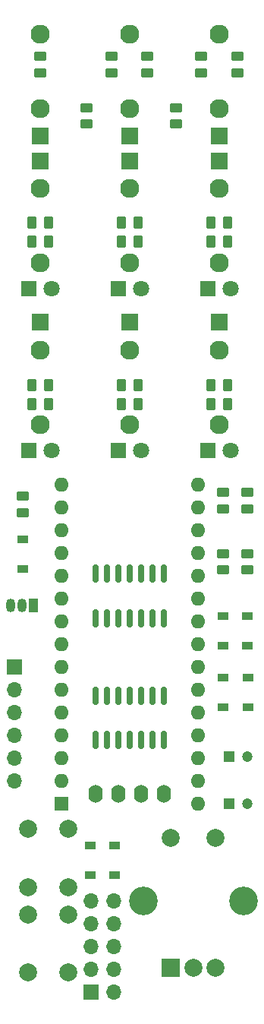
<source format=gbr>
%TF.GenerationSoftware,KiCad,Pcbnew,6.0.11-2627ca5db0~126~ubuntu22.04.1*%
%TF.CreationDate,2023-07-26T01:24:55+03:00*%
%TF.ProjectId,gtoe,67746f65-2e6b-4696-9361-645f70636258,rev?*%
%TF.SameCoordinates,Original*%
%TF.FileFunction,Soldermask,Bot*%
%TF.FilePolarity,Negative*%
%FSLAX46Y46*%
G04 Gerber Fmt 4.6, Leading zero omitted, Abs format (unit mm)*
G04 Created by KiCad (PCBNEW 6.0.11-2627ca5db0~126~ubuntu22.04.1) date 2023-07-26 01:24:55*
%MOMM*%
%LPD*%
G01*
G04 APERTURE LIST*
G04 Aperture macros list*
%AMRoundRect*
0 Rectangle with rounded corners*
0 $1 Rounding radius*
0 $2 $3 $4 $5 $6 $7 $8 $9 X,Y pos of 4 corners*
0 Add a 4 corners polygon primitive as box body*
4,1,4,$2,$3,$4,$5,$6,$7,$8,$9,$2,$3,0*
0 Add four circle primitives for the rounded corners*
1,1,$1+$1,$2,$3*
1,1,$1+$1,$4,$5*
1,1,$1+$1,$6,$7*
1,1,$1+$1,$8,$9*
0 Add four rect primitives between the rounded corners*
20,1,$1+$1,$2,$3,$4,$5,0*
20,1,$1+$1,$4,$5,$6,$7,0*
20,1,$1+$1,$6,$7,$8,$9,0*
20,1,$1+$1,$8,$9,$2,$3,0*%
G04 Aperture macros list end*
%ADD10R,1.930000X1.830000*%
%ADD11C,2.130000*%
%ADD12C,2.000000*%
%ADD13R,1.800000X1.800000*%
%ADD14C,1.800000*%
%ADD15O,1.600000X2.000000*%
%ADD16R,2.000000X2.000000*%
%ADD17C,3.200000*%
%ADD18R,1.200000X0.900000*%
%ADD19RoundRect,0.250000X-0.450000X0.262500X-0.450000X-0.262500X0.450000X-0.262500X0.450000X0.262500X0*%
%ADD20R,1.200000X1.200000*%
%ADD21C,1.200000*%
%ADD22RoundRect,0.250000X0.262500X0.450000X-0.262500X0.450000X-0.262500X-0.450000X0.262500X-0.450000X0*%
%ADD23RoundRect,0.150000X-0.150000X0.825000X-0.150000X-0.825000X0.150000X-0.825000X0.150000X0.825000X0*%
%ADD24R,1.600000X1.600000*%
%ADD25O,1.600000X1.600000*%
%ADD26RoundRect,0.250000X0.450000X-0.262500X0.450000X0.262500X-0.450000X0.262500X-0.450000X-0.262500X0*%
%ADD27R,1.700000X1.700000*%
%ADD28O,1.700000X1.700000*%
%ADD29R,1.050000X1.500000*%
%ADD30O,1.050000X1.500000*%
G04 APERTURE END LIST*
D10*
%TO.C,J9*%
X124800000Y-52780000D03*
D11*
X124800000Y-41380000D03*
X124800000Y-49680000D03*
%TD*%
D12*
%TO.C,SW3*%
X103450000Y-146000000D03*
X103450000Y-139500000D03*
X107950000Y-139500000D03*
X107950000Y-146000000D03*
%TD*%
D13*
%TO.C,D5*%
X113530000Y-87800000D03*
D14*
X116070000Y-87800000D03*
%TD*%
D10*
%TO.C,J2*%
X114800000Y-55520000D03*
D11*
X114800000Y-66920000D03*
X114800000Y-58620000D03*
%TD*%
D15*
%TO.C,Screen*%
X118621000Y-126100000D03*
X116081000Y-126100000D03*
X113541000Y-126100000D03*
X111000000Y-126100000D03*
%TD*%
D10*
%TO.C,J5*%
X114800000Y-73520000D03*
D11*
X114800000Y-84920000D03*
X114800000Y-76620000D03*
%TD*%
D13*
%TO.C,D4*%
X103530000Y-87800000D03*
D14*
X106070000Y-87800000D03*
%TD*%
D13*
%TO.C,D3*%
X123530000Y-69800000D03*
D14*
X126070000Y-69800000D03*
%TD*%
D10*
%TO.C,J3*%
X124800000Y-55520000D03*
D11*
X124800000Y-66920000D03*
X124800000Y-58620000D03*
%TD*%
D13*
%TO.C,D2*%
X113530000Y-69800000D03*
D14*
X116070000Y-69800000D03*
%TD*%
D16*
%TO.C,SW2*%
X119400000Y-145500000D03*
D12*
X124400000Y-145500000D03*
X121900000Y-145500000D03*
D17*
X116300000Y-138000000D03*
X127500000Y-138000000D03*
D12*
X124400000Y-131000000D03*
X119400000Y-131000000D03*
%TD*%
D10*
%TO.C,J8*%
X114800000Y-52780000D03*
D11*
X114800000Y-41380000D03*
X114800000Y-49680000D03*
%TD*%
D10*
%TO.C,J6*%
X124800000Y-73520000D03*
D11*
X124800000Y-84920000D03*
X124800000Y-76620000D03*
%TD*%
D10*
%TO.C,J1*%
X104800000Y-55520000D03*
D11*
X104800000Y-66920000D03*
X104800000Y-58620000D03*
%TD*%
D13*
%TO.C,D6*%
X123530000Y-87800000D03*
D14*
X126070000Y-87800000D03*
%TD*%
D13*
%TO.C,D1*%
X103530000Y-69800000D03*
D14*
X106070000Y-69800000D03*
%TD*%
D10*
%TO.C,J4*%
X104800000Y-73520000D03*
D11*
X104800000Y-84920000D03*
X104800000Y-76620000D03*
%TD*%
D10*
%TO.C,J7*%
X104800000Y-52780000D03*
D11*
X104800000Y-41380000D03*
X104800000Y-49680000D03*
%TD*%
D12*
%TO.C,SW1*%
X103450000Y-136500000D03*
X103450000Y-130000000D03*
X107950000Y-130000000D03*
X107950000Y-136500000D03*
%TD*%
D18*
%TO.C,D13*%
X113100000Y-131850000D03*
X113100000Y-135150000D03*
%TD*%
D19*
%TO.C,R24*%
X120000000Y-49587500D03*
X120000000Y-51412500D03*
%TD*%
%TO.C,R19*%
X122800000Y-43887500D03*
X122800000Y-45712500D03*
%TD*%
D20*
%TO.C,C1*%
X125900000Y-127200000D03*
D21*
X127900000Y-127200000D03*
%TD*%
D18*
%TO.C,D9*%
X128000000Y-116450000D03*
X128000000Y-113150000D03*
%TD*%
%TO.C,D11*%
X127900000Y-109550000D03*
X127900000Y-106250000D03*
%TD*%
D22*
%TO.C,R9*%
X115712500Y-82600000D03*
X113887500Y-82600000D03*
%TD*%
D18*
%TO.C,D12*%
X110400000Y-131850000D03*
X110400000Y-135150000D03*
%TD*%
D22*
%TO.C,R3*%
X115712500Y-64500000D03*
X113887500Y-64500000D03*
%TD*%
D23*
%TO.C,U2*%
X110990000Y-115125000D03*
X112260000Y-115125000D03*
X113530000Y-115125000D03*
X114800000Y-115125000D03*
X116070000Y-115125000D03*
X117340000Y-115125000D03*
X118610000Y-115125000D03*
X118610000Y-120075000D03*
X117340000Y-120075000D03*
X116070000Y-120075000D03*
X114800000Y-120075000D03*
X113530000Y-120075000D03*
X112260000Y-120075000D03*
X110990000Y-120075000D03*
%TD*%
D19*
%TO.C,R23*%
X110000000Y-49587500D03*
X110000000Y-51412500D03*
%TD*%
D24*
%TO.C,A1*%
X107175000Y-127200000D03*
D25*
X107175000Y-124660000D03*
X107175000Y-122120000D03*
X107175000Y-119580000D03*
X107175000Y-117040000D03*
X107175000Y-114500000D03*
X107175000Y-111960000D03*
X107175000Y-109420000D03*
X107175000Y-106880000D03*
X107175000Y-104340000D03*
X107175000Y-101800000D03*
X107175000Y-99260000D03*
X107175000Y-96720000D03*
X107175000Y-94180000D03*
X107175000Y-91640000D03*
X122415000Y-91640000D03*
X122415000Y-94180000D03*
X122415000Y-96720000D03*
X122415000Y-99260000D03*
X122415000Y-101800000D03*
X122415000Y-104340000D03*
X122415000Y-106880000D03*
X122415000Y-109420000D03*
X122415000Y-111960000D03*
X122415000Y-114500000D03*
X122415000Y-117040000D03*
X122415000Y-119580000D03*
X122415000Y-122120000D03*
X122415000Y-124660000D03*
X122415000Y-127200000D03*
%TD*%
D19*
%TO.C,R13*%
X104800000Y-43887500D03*
X104800000Y-45712500D03*
%TD*%
D22*
%TO.C,R7*%
X105712500Y-82600000D03*
X103887500Y-82600000D03*
%TD*%
%TO.C,R12*%
X125712500Y-80500000D03*
X123887500Y-80500000D03*
%TD*%
%TO.C,R10*%
X115712500Y-80500000D03*
X113887500Y-80500000D03*
%TD*%
D26*
%TO.C,R14*%
X102900000Y-94712500D03*
X102900000Y-92887500D03*
%TD*%
%TO.C,R22*%
X125200000Y-101112500D03*
X125200000Y-99287500D03*
%TD*%
D19*
%TO.C,R18*%
X116800000Y-43887500D03*
X116800000Y-45712500D03*
%TD*%
D27*
%TO.C,J11*%
X101900000Y-111950000D03*
D28*
X101900000Y-114490000D03*
X101900000Y-117030000D03*
X101900000Y-119570000D03*
X101900000Y-122110000D03*
X101900000Y-124650000D03*
%TD*%
D22*
%TO.C,R2*%
X105712500Y-62400000D03*
X103887500Y-62400000D03*
%TD*%
%TO.C,R5*%
X125712500Y-64500000D03*
X123887500Y-64500000D03*
%TD*%
%TO.C,R11*%
X125712500Y-82600000D03*
X123887500Y-82600000D03*
%TD*%
D19*
%TO.C,R20*%
X127900000Y-99287500D03*
X127900000Y-101112500D03*
%TD*%
D20*
%TO.C,C2*%
X125900000Y-121900000D03*
D21*
X127900000Y-121900000D03*
%TD*%
D18*
%TO.C,D8*%
X125200000Y-116450000D03*
X125200000Y-113150000D03*
%TD*%
D22*
%TO.C,R1*%
X105712500Y-64500000D03*
X103887500Y-64500000D03*
%TD*%
D19*
%TO.C,R15*%
X112800000Y-43887500D03*
X112800000Y-45712500D03*
%TD*%
D22*
%TO.C,R8*%
X105712500Y-80500000D03*
X103887500Y-80500000D03*
%TD*%
D23*
%TO.C,U1*%
X110990000Y-101525000D03*
X112260000Y-101525000D03*
X113530000Y-101525000D03*
X114800000Y-101525000D03*
X116070000Y-101525000D03*
X117340000Y-101525000D03*
X118610000Y-101525000D03*
X118610000Y-106475000D03*
X117340000Y-106475000D03*
X116070000Y-106475000D03*
X114800000Y-106475000D03*
X113530000Y-106475000D03*
X112260000Y-106475000D03*
X110990000Y-106475000D03*
%TD*%
D18*
%TO.C,D7*%
X102900000Y-101000000D03*
X102900000Y-97700000D03*
%TD*%
D19*
%TO.C,R21*%
X127900000Y-92487500D03*
X127900000Y-94312500D03*
%TD*%
D22*
%TO.C,R4*%
X115712500Y-62400000D03*
X113887500Y-62400000D03*
%TD*%
D26*
%TO.C,R17*%
X125200000Y-94312500D03*
X125200000Y-92487500D03*
%TD*%
D18*
%TO.C,D10*%
X125200000Y-109550000D03*
X125200000Y-106250000D03*
%TD*%
D22*
%TO.C,R6*%
X125712500Y-62400000D03*
X123887500Y-62400000D03*
%TD*%
D19*
%TO.C,R16*%
X126800000Y-43887500D03*
X126800000Y-45712500D03*
%TD*%
D29*
%TO.C,Q1*%
X104100000Y-105100000D03*
D30*
X102830000Y-105100000D03*
X101560000Y-105100000D03*
%TD*%
D27*
%TO.C,J10*%
X110525000Y-148160000D03*
D28*
X113065000Y-148160000D03*
X110525000Y-145620000D03*
X113065000Y-145620000D03*
X110525000Y-143080000D03*
X113065000Y-143080000D03*
X110525000Y-140540000D03*
X113065000Y-140540000D03*
X110525000Y-138000000D03*
X113065000Y-138000000D03*
%TD*%
M02*

</source>
